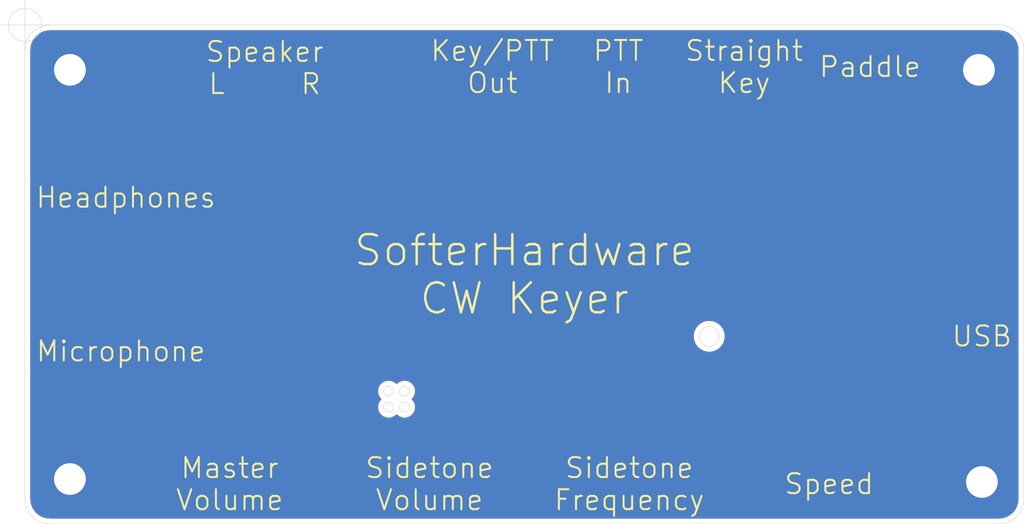
<source format=kicad_pcb>
(kicad_pcb (version 20171130) (host pcbnew 5.1.11-e4df9d881f~92~ubuntu20.04.1)

  (general
    (thickness 1.6)
    (drawings 31)
    (tracks 0)
    (zones 0)
    (modules 4)
    (nets 2)
  )

  (page USLetter)
  (title_block
    (title "CW Keyer FrontPanel")
    (date 2021-11-07)
    (company Softerhardware)
    (comment 1 "KF7O Steve Haynal")
  )

  (layers
    (0 F.Cu signal)
    (31 B.Cu signal)
    (32 B.Adhes user)
    (33 F.Adhes user)
    (34 B.Paste user)
    (35 F.Paste user)
    (36 B.SilkS user)
    (37 F.SilkS user)
    (38 B.Mask user)
    (39 F.Mask user)
    (40 Dwgs.User user)
    (41 Cmts.User user)
    (42 Eco1.User user)
    (43 Eco2.User user)
    (44 Edge.Cuts user)
    (45 Margin user hide)
    (46 B.CrtYd user)
    (47 F.CrtYd user)
    (48 B.Fab user)
    (49 F.Fab user)
  )

  (setup
    (last_trace_width 0.25)
    (user_trace_width 0.25)
    (user_trace_width 0.5)
    (user_trace_width 1)
    (user_trace_width 2)
    (trace_clearance 0.2)
    (zone_clearance 0.508)
    (zone_45_only no)
    (trace_min 0.2)
    (via_size 0.8)
    (via_drill 0.4)
    (via_min_size 0.4)
    (via_min_drill 0.3)
    (user_via 0.6 0.3)
    (user_via 0.8 0.4)
    (user_via 1.3 0.9)
    (uvia_size 0.3)
    (uvia_drill 0.1)
    (uvias_allowed no)
    (uvia_min_size 0.2)
    (uvia_min_drill 0.1)
    (edge_width 0.05)
    (segment_width 0.2)
    (pcb_text_width 0.3)
    (pcb_text_size 1.5 1.5)
    (mod_edge_width 0.12)
    (mod_text_size 1 1)
    (mod_text_width 0.15)
    (pad_size 1.524 1.524)
    (pad_drill 0.762)
    (pad_to_mask_clearance 0)
    (aux_axis_origin 80 70)
    (visible_elements FFFDFF7F)
    (pcbplotparams
      (layerselection 0x010fc_ffffffff)
      (usegerberextensions false)
      (usegerberattributes true)
      (usegerberadvancedattributes true)
      (creategerberjobfile true)
      (excludeedgelayer true)
      (linewidth 0.100000)
      (plotframeref false)
      (viasonmask false)
      (mode 1)
      (useauxorigin true)
      (hpglpennumber 1)
      (hpglpenspeed 20)
      (hpglpendiameter 15.000000)
      (psnegative false)
      (psa4output false)
      (plotreference true)
      (plotvalue false)
      (plotinvisibletext false)
      (padsonsilk false)
      (subtractmaskfromsilk false)
      (outputformat 1)
      (mirror false)
      (drillshape 0)
      (scaleselection 1)
      (outputdirectory "gerber"))
  )

  (net 0 "")
  (net 1 GND)

  (net_class Default "This is the default net class."
    (clearance 0.2)
    (trace_width 0.25)
    (via_dia 0.8)
    (via_drill 0.4)
    (uvia_dia 0.3)
    (uvia_drill 0.1)
    (add_net GND)
  )

  (module TeensyKeyerShield:MH (layer F.Cu) (tedit 61888143) (tstamp 6188DB86)
    (at 175.8 115.8)
    (path /616C9E01)
    (fp_text reference MH1 (at -4.1 -2) (layer F.SilkS) hide
      (effects (font (size 0.8 0.8) (thickness 0.1)))
    )
    (fp_text value TestPoint_Alt (at -4.5 1.6) (layer F.SilkS) hide
      (effects (font (size 0.8 0.8) (thickness 0.1)))
    )
    (pad 1 thru_hole circle (at 0 0) (size 6.35 6.35) (drill 3.175) (layers *.Cu *.Mask)
      (net 1 GND) (zone_connect 2))
  )

  (module TeensyKeyerShield:MH (layer F.Cu) (tedit 61888143) (tstamp 6188DB8A)
    (at 175.5 74.5)
    (path /616CA163)
    (fp_text reference MH2 (at -4.1 -2) (layer F.SilkS) hide
      (effects (font (size 0.8 0.8) (thickness 0.1)))
    )
    (fp_text value TestPoint_Alt (at -4.5 1.6) (layer F.SilkS) hide
      (effects (font (size 0.8 0.8) (thickness 0.1)))
    )
    (pad 1 thru_hole circle (at 0 0) (size 6.35 6.35) (drill 3.175) (layers *.Cu *.Mask)
      (net 1 GND) (zone_connect 2))
  )

  (module TeensyKeyerShield:MH (layer F.Cu) (tedit 61888143) (tstamp 6188DB8E)
    (at 84.5 74.5)
    (path /616CA233)
    (fp_text reference MH3 (at -4.1 -2) (layer F.SilkS) hide
      (effects (font (size 0.8 0.8) (thickness 0.1)))
    )
    (fp_text value TestPoint_Alt (at -4.5 1.6) (layer F.SilkS) hide
      (effects (font (size 0.8 0.8) (thickness 0.1)))
    )
    (pad 1 thru_hole circle (at 0 0) (size 6.35 6.35) (drill 3.175) (layers *.Cu *.Mask)
      (net 1 GND) (zone_connect 2))
  )

  (module TeensyKeyerShield:MH (layer F.Cu) (tedit 61888143) (tstamp 6188DB92)
    (at 84.5 115.5)
    (path /616CA2DD)
    (fp_text reference MH4 (at -4.1 -2) (layer F.SilkS) hide
      (effects (font (size 0.8 0.8) (thickness 0.1)))
    )
    (fp_text value TestPoint_Alt (at -4.5 1.6) (layer F.SilkS) hide
      (effects (font (size 0.8 0.8) (thickness 0.1)))
    )
    (pad 1 thru_hole circle (at 0 0) (size 6.35 6.35) (drill 3.175) (layers *.Cu *.Mask)
      (net 1 GND) (zone_connect 2))
  )

  (gr_text "SofterHardware\nCW Keyer" (at 130 95) (layer F.SilkS)
    (effects (font (size 3 3) (thickness 0.25)))
  )
  (gr_circle (center 116.4 108.3) (end 116.4 107.8) (layer Edge.Cuts) (width 0.05))
  (gr_circle (center 116.4 106.7) (end 116.4 107.2) (layer Edge.Cuts) (width 0.05))
  (gr_circle (center 118 108.3) (end 118 107.8) (layer Edge.Cuts) (width 0.05))
  (gr_circle (center 118 106.7) (end 118 107.2) (layer Edge.Cuts) (width 0.05))
  (gr_circle (center 148.5 101.2) (end 148.5 102.2) (layer Edge.Cuts) (width 0.05))
  (gr_text "Speaker\nL     R" (at 104 74.3) (layer F.SilkS)
    (effects (font (size 2 2) (thickness 0.2)))
  )
  (gr_text Paddle (at 164.6 74.2) (layer F.SilkS)
    (effects (font (size 2 2) (thickness 0.2)))
  )
  (gr_text "Straight\nKey" (at 152 74.2) (layer F.SilkS)
    (effects (font (size 2 2) (thickness 0.2)))
  )
  (gr_text "PTT\nIn" (at 139.4 74.2) (layer F.SilkS)
    (effects (font (size 2 2) (thickness 0.2)))
  )
  (gr_text "Key/PTT\nOut" (at 126.8 74.2) (layer F.SilkS)
    (effects (font (size 2 2) (thickness 0.2)))
  )
  (gr_text USB (at 175.8 101.2) (layer F.SilkS)
    (effects (font (size 2 2) (thickness 0.2)))
  )
  (gr_text Speed (at 160.5 116) (layer F.SilkS)
    (effects (font (size 2 2) (thickness 0.2)))
  )
  (gr_text "Sidetone\nFrequency" (at 140.5 116) (layer F.SilkS)
    (effects (font (size 2 2) (thickness 0.2)))
  )
  (gr_text "Sidetone\nVolume" (at 120.5 116) (layer F.SilkS)
    (effects (font (size 2 2) (thickness 0.2)))
  )
  (gr_text "Master\nVolume" (at 100.5 116) (layer F.SilkS)
    (effects (font (size 2 2) (thickness 0.2)))
  )
  (gr_text Microphone (at 89.6 102.7) (layer F.SilkS)
    (effects (font (size 2 2) (thickness 0.2)))
  )
  (gr_text Headphones (at 90.1 87.3) (layer F.SilkS)
    (effects (font (size 2 2) (thickness 0.2)))
  )
  (gr_line (start 80 85.3) (end 80 104.7) (layer Edge.Cuts) (width 0.05) (tstamp 61887DD5))
  (gr_line (start 124.8 70) (end 166.6 70) (layer Edge.Cuts) (width 0.05) (tstamp 61887DD3))
  (target plus (at 80 70) (size 5) (width 0.05) (layer Edge.Cuts))
  (gr_line (start 124.8 70) (end 82.5 70) (layer Edge.Cuts) (width 0.05) (tstamp 61835594))
  (gr_line (start 177.5 70) (end 166.6 70) (layer Edge.Cuts) (width 0.05) (tstamp 6183555B))
  (gr_line (start 180 117.5) (end 180 72.5) (layer Edge.Cuts) (width 0.05) (tstamp 61835553))
  (gr_line (start 82.5 120) (end 177.5 120) (layer Edge.Cuts) (width 0.05) (tstamp 6183553D))
  (gr_line (start 80 104.7) (end 80 117.5) (layer Edge.Cuts) (width 0.05) (tstamp 6183550D))
  (gr_line (start 80 72.5) (end 80 85.3) (layer Edge.Cuts) (width 0.05) (tstamp 618354F3))
  (gr_arc (start 177.5 117.5) (end 177.5 120) (angle -90) (layer Edge.Cuts) (width 0.05))
  (gr_arc (start 177.5 72.5) (end 180 72.5) (angle -90) (layer Edge.Cuts) (width 0.05))
  (gr_arc (start 82.5 72.5) (end 82.5 70) (angle -90) (layer Edge.Cuts) (width 0.05))
  (gr_arc (start 82.5 117.5) (end 80 117.5) (angle -90) (layer Edge.Cuts) (width 0.05))

  (zone (net 1) (net_name GND) (layer F.Cu) (tstamp 61889E03) (hatch edge 0.508)
    (connect_pads (clearance 0.508))
    (min_thickness 0.254)
    (fill yes (arc_segments 32) (thermal_gap 0.508) (thermal_bridge_width 0.508) (smoothing chamfer))
    (polygon
      (pts
        (xy 180 120) (xy 80 120) (xy 80 70) (xy 180 70)
      )
    )
    (filled_polygon
      (pts
        (xy 177.856775 70.698147) (xy 178.199967 70.801763) (xy 178.516489 70.970062) (xy 178.794299 71.196637) (xy 179.022806 71.472856)
        (xy 179.19331 71.788197) (xy 179.299319 72.130656) (xy 179.340001 72.517722) (xy 179.34 117.467721) (xy 179.301853 117.856776)
        (xy 179.198238 118.199964) (xy 179.029939 118.516489) (xy 178.803365 118.794296) (xy 178.527146 119.022805) (xy 178.211803 119.19331)
        (xy 177.869344 119.299319) (xy 177.482288 119.34) (xy 82.532279 119.34) (xy 82.143224 119.301853) (xy 81.800036 119.198238)
        (xy 81.483511 119.029939) (xy 81.205704 118.803365) (xy 80.977195 118.527146) (xy 80.80669 118.211803) (xy 80.700681 117.869344)
        (xy 80.66 117.482288) (xy 80.66 106.58434) (xy 115.225682 106.58434) (xy 115.225682 106.81566) (xy 115.27081 107.042536)
        (xy 115.359333 107.256248) (xy 115.487848 107.448584) (xy 115.539264 107.5) (xy 115.487848 107.551416) (xy 115.359333 107.743752)
        (xy 115.27081 107.957464) (xy 115.225682 108.18434) (xy 115.225682 108.41566) (xy 115.27081 108.642536) (xy 115.359333 108.856248)
        (xy 115.487848 109.048584) (xy 115.651416 109.212152) (xy 115.843752 109.340667) (xy 116.057464 109.42919) (xy 116.28434 109.474318)
        (xy 116.51566 109.474318) (xy 116.742536 109.42919) (xy 116.956248 109.340667) (xy 117.148584 109.212152) (xy 117.2 109.160736)
        (xy 117.251416 109.212152) (xy 117.443752 109.340667) (xy 117.657464 109.42919) (xy 117.88434 109.474318) (xy 118.11566 109.474318)
        (xy 118.342536 109.42919) (xy 118.556248 109.340667) (xy 118.748584 109.212152) (xy 118.912152 109.048584) (xy 119.040667 108.856248)
        (xy 119.12919 108.642536) (xy 119.174318 108.41566) (xy 119.174318 108.18434) (xy 119.12919 107.957464) (xy 119.040667 107.743752)
        (xy 118.912152 107.551416) (xy 118.860736 107.5) (xy 118.912152 107.448584) (xy 119.040667 107.256248) (xy 119.12919 107.042536)
        (xy 119.174318 106.81566) (xy 119.174318 106.58434) (xy 119.12919 106.357464) (xy 119.040667 106.143752) (xy 118.912152 105.951416)
        (xy 118.748584 105.787848) (xy 118.556248 105.659333) (xy 118.342536 105.57081) (xy 118.11566 105.525682) (xy 117.88434 105.525682)
        (xy 117.657464 105.57081) (xy 117.443752 105.659333) (xy 117.251416 105.787848) (xy 117.2 105.839264) (xy 117.148584 105.787848)
        (xy 116.956248 105.659333) (xy 116.742536 105.57081) (xy 116.51566 105.525682) (xy 116.28434 105.525682) (xy 116.057464 105.57081)
        (xy 115.843752 105.659333) (xy 115.651416 105.787848) (xy 115.487848 105.951416) (xy 115.359333 106.143752) (xy 115.27081 106.357464)
        (xy 115.225682 106.58434) (xy 80.66 106.58434) (xy 80.66 101.035331) (xy 146.82809 101.035331) (xy 146.82809 101.364669)
        (xy 146.89234 101.687678) (xy 147.018372 101.991947) (xy 147.201342 102.265781) (xy 147.434219 102.498658) (xy 147.708053 102.681628)
        (xy 148.012322 102.80766) (xy 148.335331 102.87191) (xy 148.664669 102.87191) (xy 148.987678 102.80766) (xy 149.291947 102.681628)
        (xy 149.565781 102.498658) (xy 149.798658 102.265781) (xy 149.981628 101.991947) (xy 150.10766 101.687678) (xy 150.17191 101.364669)
        (xy 150.17191 101.035331) (xy 150.10766 100.712322) (xy 149.981628 100.408053) (xy 149.798658 100.134219) (xy 149.565781 99.901342)
        (xy 149.291947 99.718372) (xy 148.987678 99.59234) (xy 148.664669 99.52809) (xy 148.335331 99.52809) (xy 148.012322 99.59234)
        (xy 147.708053 99.718372) (xy 147.434219 99.901342) (xy 147.201342 100.134219) (xy 147.018372 100.408053) (xy 146.89234 100.712322)
        (xy 146.82809 101.035331) (xy 80.66 101.035331) (xy 80.66 72.532279) (xy 80.698147 72.143225) (xy 80.801763 71.800033)
        (xy 80.970062 71.483511) (xy 81.196637 71.205701) (xy 81.472856 70.977194) (xy 81.788197 70.80669) (xy 82.130656 70.700681)
        (xy 82.517712 70.66) (xy 177.467721 70.66)
      )
    )
  )
  (zone (net 1) (net_name GND) (layer B.Cu) (tstamp 61889E00) (hatch edge 0.508)
    (connect_pads (clearance 0.508))
    (min_thickness 0.254)
    (fill yes (arc_segments 32) (thermal_gap 0.508) (thermal_bridge_width 0.508) (smoothing chamfer))
    (polygon
      (pts
        (xy 180 120) (xy 80 120) (xy 80 70) (xy 180 70)
      )
    )
    (filled_polygon
      (pts
        (xy 177.856775 70.698147) (xy 178.199967 70.801763) (xy 178.516489 70.970062) (xy 178.794299 71.196637) (xy 179.022806 71.472856)
        (xy 179.19331 71.788197) (xy 179.299319 72.130656) (xy 179.340001 72.517722) (xy 179.34 117.467721) (xy 179.301853 117.856776)
        (xy 179.198238 118.199964) (xy 179.029939 118.516489) (xy 178.803365 118.794296) (xy 178.527146 119.022805) (xy 178.211803 119.19331)
        (xy 177.869344 119.299319) (xy 177.482288 119.34) (xy 82.532279 119.34) (xy 82.143224 119.301853) (xy 81.800036 119.198238)
        (xy 81.483511 119.029939) (xy 81.205704 118.803365) (xy 80.977195 118.527146) (xy 80.80669 118.211803) (xy 80.700681 117.869344)
        (xy 80.66 117.482288) (xy 80.66 106.58434) (xy 115.225682 106.58434) (xy 115.225682 106.81566) (xy 115.27081 107.042536)
        (xy 115.359333 107.256248) (xy 115.487848 107.448584) (xy 115.539264 107.5) (xy 115.487848 107.551416) (xy 115.359333 107.743752)
        (xy 115.27081 107.957464) (xy 115.225682 108.18434) (xy 115.225682 108.41566) (xy 115.27081 108.642536) (xy 115.359333 108.856248)
        (xy 115.487848 109.048584) (xy 115.651416 109.212152) (xy 115.843752 109.340667) (xy 116.057464 109.42919) (xy 116.28434 109.474318)
        (xy 116.51566 109.474318) (xy 116.742536 109.42919) (xy 116.956248 109.340667) (xy 117.148584 109.212152) (xy 117.2 109.160736)
        (xy 117.251416 109.212152) (xy 117.443752 109.340667) (xy 117.657464 109.42919) (xy 117.88434 109.474318) (xy 118.11566 109.474318)
        (xy 118.342536 109.42919) (xy 118.556248 109.340667) (xy 118.748584 109.212152) (xy 118.912152 109.048584) (xy 119.040667 108.856248)
        (xy 119.12919 108.642536) (xy 119.174318 108.41566) (xy 119.174318 108.18434) (xy 119.12919 107.957464) (xy 119.040667 107.743752)
        (xy 118.912152 107.551416) (xy 118.860736 107.5) (xy 118.912152 107.448584) (xy 119.040667 107.256248) (xy 119.12919 107.042536)
        (xy 119.174318 106.81566) (xy 119.174318 106.58434) (xy 119.12919 106.357464) (xy 119.040667 106.143752) (xy 118.912152 105.951416)
        (xy 118.748584 105.787848) (xy 118.556248 105.659333) (xy 118.342536 105.57081) (xy 118.11566 105.525682) (xy 117.88434 105.525682)
        (xy 117.657464 105.57081) (xy 117.443752 105.659333) (xy 117.251416 105.787848) (xy 117.2 105.839264) (xy 117.148584 105.787848)
        (xy 116.956248 105.659333) (xy 116.742536 105.57081) (xy 116.51566 105.525682) (xy 116.28434 105.525682) (xy 116.057464 105.57081)
        (xy 115.843752 105.659333) (xy 115.651416 105.787848) (xy 115.487848 105.951416) (xy 115.359333 106.143752) (xy 115.27081 106.357464)
        (xy 115.225682 106.58434) (xy 80.66 106.58434) (xy 80.66 101.035331) (xy 146.82809 101.035331) (xy 146.82809 101.364669)
        (xy 146.89234 101.687678) (xy 147.018372 101.991947) (xy 147.201342 102.265781) (xy 147.434219 102.498658) (xy 147.708053 102.681628)
        (xy 148.012322 102.80766) (xy 148.335331 102.87191) (xy 148.664669 102.87191) (xy 148.987678 102.80766) (xy 149.291947 102.681628)
        (xy 149.565781 102.498658) (xy 149.798658 102.265781) (xy 149.981628 101.991947) (xy 150.10766 101.687678) (xy 150.17191 101.364669)
        (xy 150.17191 101.035331) (xy 150.10766 100.712322) (xy 149.981628 100.408053) (xy 149.798658 100.134219) (xy 149.565781 99.901342)
        (xy 149.291947 99.718372) (xy 148.987678 99.59234) (xy 148.664669 99.52809) (xy 148.335331 99.52809) (xy 148.012322 99.59234)
        (xy 147.708053 99.718372) (xy 147.434219 99.901342) (xy 147.201342 100.134219) (xy 147.018372 100.408053) (xy 146.89234 100.712322)
        (xy 146.82809 101.035331) (xy 80.66 101.035331) (xy 80.66 72.532279) (xy 80.698147 72.143225) (xy 80.801763 71.800033)
        (xy 80.970062 71.483511) (xy 81.196637 71.205701) (xy 81.472856 70.977194) (xy 81.788197 70.80669) (xy 82.130656 70.700681)
        (xy 82.517712 70.66) (xy 177.467721 70.66)
      )
    )
  )
)

</source>
